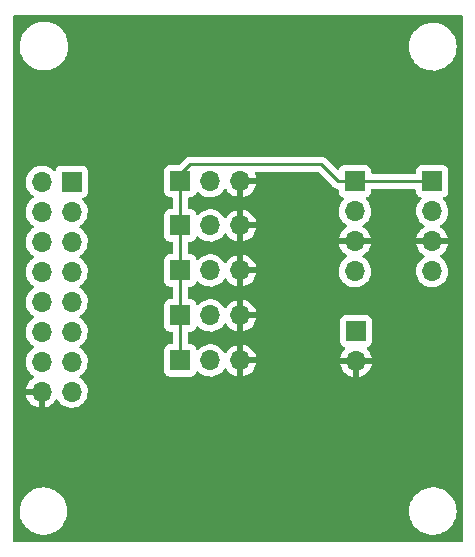
<source format=gbl>
G04 #@! TF.GenerationSoftware,KiCad,Pcbnew,(6.0.6)*
G04 #@! TF.CreationDate,2023-03-25T01:52:22+10:30*
G04 #@! TF.ProjectId,Coin Adapter,436f696e-2041-4646-9170-7465722e6b69,rev?*
G04 #@! TF.SameCoordinates,Original*
G04 #@! TF.FileFunction,Copper,L2,Bot*
G04 #@! TF.FilePolarity,Positive*
%FSLAX46Y46*%
G04 Gerber Fmt 4.6, Leading zero omitted, Abs format (unit mm)*
G04 Created by KiCad (PCBNEW (6.0.6)) date 2023-03-25 01:52:22*
%MOMM*%
%LPD*%
G01*
G04 APERTURE LIST*
G04 #@! TA.AperFunction,ComponentPad*
%ADD10R,1.700000X1.700000*%
G04 #@! TD*
G04 #@! TA.AperFunction,ComponentPad*
%ADD11O,1.700000X1.700000*%
G04 #@! TD*
G04 #@! TA.AperFunction,Conductor*
%ADD12C,0.250000*%
G04 #@! TD*
G04 APERTURE END LIST*
D10*
X143118600Y-91897200D03*
D11*
X145658600Y-91897200D03*
X148198600Y-91897200D03*
D10*
X164439600Y-80528000D03*
D11*
X164439600Y-83068000D03*
X164439600Y-85608000D03*
X164439600Y-88148000D03*
D10*
X143118600Y-84277200D03*
D11*
X145658600Y-84277200D03*
X148198600Y-84277200D03*
D10*
X143118600Y-88087200D03*
D11*
X145658600Y-88087200D03*
X148198600Y-88087200D03*
D10*
X157886400Y-80528000D03*
D11*
X157886400Y-83068000D03*
X157886400Y-85608000D03*
X157886400Y-88148000D03*
D10*
X143118600Y-95707200D03*
D11*
X145658600Y-95707200D03*
X148198600Y-95707200D03*
D10*
X157988000Y-93218000D03*
D11*
X157988000Y-95758000D03*
D10*
X133913800Y-80568800D03*
D11*
X131373800Y-80568800D03*
X133913800Y-83108800D03*
X131373800Y-83108800D03*
X133913800Y-85648800D03*
X131373800Y-85648800D03*
X133913800Y-88188800D03*
X131373800Y-88188800D03*
X133913800Y-90728800D03*
X131373800Y-90728800D03*
X133913800Y-93268800D03*
X131373800Y-93268800D03*
X133913800Y-95808800D03*
X131373800Y-95808800D03*
X133913800Y-98348800D03*
X131373800Y-98348800D03*
D10*
X143118600Y-80518000D03*
D11*
X145658600Y-80518000D03*
X148198600Y-80518000D03*
D12*
X143118600Y-80518000D02*
X143118600Y-84277200D01*
X143118600Y-95707200D02*
X143118600Y-91897200D01*
X143118600Y-79944200D02*
X143967200Y-79095600D01*
X155041600Y-79095600D02*
X156474000Y-80528000D01*
X143118600Y-80518000D02*
X143118600Y-79944200D01*
X143118600Y-84277200D02*
X143118600Y-88087200D01*
X156474000Y-80528000D02*
X157886400Y-80528000D01*
X143118600Y-91897200D02*
X143118600Y-88087200D01*
X157886400Y-80528000D02*
X164439600Y-80528000D01*
X143967200Y-79095600D02*
X155041600Y-79095600D01*
G04 #@! TA.AperFunction,Conductor*
G36*
X166972021Y-66466902D02*
G01*
X167018514Y-66520558D01*
X167029900Y-66572900D01*
X167029900Y-110973100D01*
X167009898Y-111041221D01*
X166956242Y-111087714D01*
X166903900Y-111099100D01*
X129056900Y-111099100D01*
X128988779Y-111079098D01*
X128942286Y-111025442D01*
X128930900Y-110973100D01*
X128930900Y-108394910D01*
X129513637Y-108394910D01*
X129513812Y-108399362D01*
X129515575Y-108444227D01*
X129523113Y-108636071D01*
X129524776Y-108678407D01*
X129575748Y-108957507D01*
X129665538Y-109226640D01*
X129667530Y-109230627D01*
X129667531Y-109230629D01*
X129751093Y-109397862D01*
X129792353Y-109480437D01*
X129953663Y-109713834D01*
X129956679Y-109717096D01*
X129956684Y-109717103D01*
X130081719Y-109852364D01*
X130146250Y-109922173D01*
X130149704Y-109924985D01*
X130362814Y-110098484D01*
X130362818Y-110098487D01*
X130366271Y-110101298D01*
X130370093Y-110103599D01*
X130586843Y-110234093D01*
X130609336Y-110247635D01*
X130641692Y-110261336D01*
X130866491Y-110356527D01*
X130866496Y-110356529D01*
X130870594Y-110358264D01*
X130874891Y-110359403D01*
X130874896Y-110359405D01*
X131007715Y-110394621D01*
X131144835Y-110430977D01*
X131426584Y-110464324D01*
X131710222Y-110457640D01*
X131842408Y-110435638D01*
X131985698Y-110411788D01*
X131985702Y-110411787D01*
X131990088Y-110411057D01*
X131994329Y-110409716D01*
X131994332Y-110409715D01*
X132256352Y-110326849D01*
X132256354Y-110326848D01*
X132260598Y-110325506D01*
X132390812Y-110262978D01*
X132512336Y-110204623D01*
X132512337Y-110204622D01*
X132516355Y-110202693D01*
X132520061Y-110200217D01*
X132748555Y-110047543D01*
X132748559Y-110047540D01*
X132752257Y-110045069D01*
X132857183Y-109951089D01*
X132960272Y-109858755D01*
X132960277Y-109858750D01*
X132963595Y-109855778D01*
X133146154Y-109638598D01*
X133296291Y-109397862D01*
X133411010Y-109138373D01*
X133488022Y-108865309D01*
X133513724Y-108673959D01*
X133525364Y-108587299D01*
X133525364Y-108587294D01*
X133525791Y-108584118D01*
X133529754Y-108458000D01*
X133528261Y-108436917D01*
X162477211Y-108436917D01*
X162477628Y-108444155D01*
X162492976Y-108710333D01*
X162493801Y-108714538D01*
X162493802Y-108714546D01*
X162506080Y-108777127D01*
X162545702Y-108979080D01*
X162547089Y-108983130D01*
X162547090Y-108983135D01*
X162601638Y-109142455D01*
X162634414Y-109238185D01*
X162636341Y-109242016D01*
X162712672Y-109393783D01*
X162757469Y-109482853D01*
X162759895Y-109486382D01*
X162759898Y-109486388D01*
X162839525Y-109602244D01*
X162912591Y-109708556D01*
X162915472Y-109711722D01*
X163046553Y-109855778D01*
X163096909Y-109911119D01*
X163113493Y-109924985D01*
X163303721Y-110084041D01*
X163303726Y-110084045D01*
X163307013Y-110086793D01*
X163360764Y-110120511D01*
X163535374Y-110230044D01*
X163535378Y-110230046D01*
X163539014Y-110232327D01*
X163606898Y-110262978D01*
X163784708Y-110343263D01*
X163784712Y-110343265D01*
X163788620Y-110345029D01*
X163792740Y-110346249D01*
X163792739Y-110346249D01*
X164047099Y-110421594D01*
X164047103Y-110421595D01*
X164051212Y-110422812D01*
X164055446Y-110423460D01*
X164055451Y-110423461D01*
X164274029Y-110456908D01*
X164321931Y-110464238D01*
X164461332Y-110466428D01*
X164591477Y-110468473D01*
X164591483Y-110468473D01*
X164595768Y-110468540D01*
X164867655Y-110435638D01*
X165132560Y-110366141D01*
X165385584Y-110261336D01*
X165622042Y-110123160D01*
X165837560Y-109954173D01*
X166028150Y-109757499D01*
X166190285Y-109536780D01*
X166192331Y-109533012D01*
X166318914Y-109299874D01*
X166318915Y-109299872D01*
X166320964Y-109296098D01*
X166417770Y-109039907D01*
X166478912Y-108772949D01*
X166503257Y-108500163D01*
X166503699Y-108458000D01*
X166503530Y-108455519D01*
X166485364Y-108189041D01*
X166485363Y-108189035D01*
X166485072Y-108184764D01*
X166480750Y-108163891D01*
X166430403Y-107920781D01*
X166429534Y-107916584D01*
X166338114Y-107658423D01*
X166330229Y-107643145D01*
X166214469Y-107418864D01*
X166214469Y-107418863D01*
X166212504Y-107415057D01*
X166197425Y-107393601D01*
X166057494Y-107194500D01*
X166057493Y-107194499D01*
X166055027Y-107190990D01*
X165868598Y-106990368D01*
X165851064Y-106976016D01*
X165659984Y-106819620D01*
X165656666Y-106816904D01*
X165423153Y-106673807D01*
X165419236Y-106672088D01*
X165419233Y-106672086D01*
X165293034Y-106616689D01*
X165172381Y-106563726D01*
X165168253Y-106562550D01*
X165168250Y-106562549D01*
X164913116Y-106489872D01*
X164913117Y-106489872D01*
X164908988Y-106488696D01*
X164706553Y-106459886D01*
X164642102Y-106450713D01*
X164642100Y-106450713D01*
X164637850Y-106450108D01*
X164493496Y-106449352D01*
X164368270Y-106448696D01*
X164368264Y-106448696D01*
X164363984Y-106448674D01*
X164359740Y-106449233D01*
X164359736Y-106449233D01*
X164240582Y-106464920D01*
X164092457Y-106484421D01*
X163828293Y-106556688D01*
X163576381Y-106664137D01*
X163341383Y-106804781D01*
X163338032Y-106807465D01*
X163338030Y-106807467D01*
X163326251Y-106816904D01*
X163127646Y-106976016D01*
X162939126Y-107174675D01*
X162779312Y-107397080D01*
X162777308Y-107400865D01*
X162654619Y-107632586D01*
X162651160Y-107639118D01*
X162649688Y-107643141D01*
X162649686Y-107643145D01*
X162580137Y-107833197D01*
X162557042Y-107896307D01*
X162498699Y-108163891D01*
X162477211Y-108436917D01*
X133528261Y-108436917D01*
X133509716Y-108174992D01*
X133508246Y-108168161D01*
X133450938Y-107901978D01*
X133450938Y-107901976D01*
X133450002Y-107897631D01*
X133363244Y-107662464D01*
X133353344Y-107635628D01*
X133351803Y-107631451D01*
X133223466Y-107393601D01*
X133219191Y-107385679D01*
X133217078Y-107381763D01*
X133078763Y-107194500D01*
X133051165Y-107157135D01*
X133051163Y-107157132D01*
X133048516Y-107153549D01*
X132849481Y-106951361D01*
X132792396Y-106907795D01*
X132627483Y-106781938D01*
X132627479Y-106781936D01*
X132623942Y-106779236D01*
X132620053Y-106777058D01*
X132380287Y-106642782D01*
X132380284Y-106642781D01*
X132376401Y-106640606D01*
X132372256Y-106639002D01*
X132372253Y-106639001D01*
X132174636Y-106562549D01*
X132111796Y-106538238D01*
X132107475Y-106537236D01*
X132107467Y-106537234D01*
X131898055Y-106488696D01*
X131835407Y-106474175D01*
X131552749Y-106449694D01*
X131548314Y-106449938D01*
X131548310Y-106449938D01*
X131273904Y-106465039D01*
X131273897Y-106465040D01*
X131269461Y-106465284D01*
X130991197Y-106520634D01*
X130723507Y-106614640D01*
X130471733Y-106745426D01*
X130468118Y-106748009D01*
X130468112Y-106748013D01*
X130367909Y-106819620D01*
X130240899Y-106910383D01*
X130035611Y-107106218D01*
X130032855Y-107109713D01*
X130032854Y-107109715D01*
X130000800Y-107150376D01*
X129859964Y-107329025D01*
X129809993Y-107415057D01*
X129719701Y-107570504D01*
X129719698Y-107570510D01*
X129717463Y-107574358D01*
X129715789Y-107578491D01*
X129646514Y-107749525D01*
X129610952Y-107837323D01*
X129609881Y-107841636D01*
X129609879Y-107841641D01*
X129592266Y-107912546D01*
X129542555Y-108112671D01*
X129513637Y-108394910D01*
X128930900Y-108394910D01*
X128930900Y-98616766D01*
X130042057Y-98616766D01*
X130072365Y-98751246D01*
X130075445Y-98761075D01*
X130155570Y-98958403D01*
X130160213Y-98967594D01*
X130271494Y-99149188D01*
X130277577Y-99157499D01*
X130417013Y-99318467D01*
X130424380Y-99325683D01*
X130588234Y-99461716D01*
X130596681Y-99467631D01*
X130780556Y-99575079D01*
X130789842Y-99579529D01*
X130988801Y-99655503D01*
X130998699Y-99658379D01*
X131102050Y-99679406D01*
X131116099Y-99678210D01*
X131119800Y-99667865D01*
X131119800Y-98620915D01*
X131115325Y-98605676D01*
X131113935Y-98604471D01*
X131106252Y-98602800D01*
X130057025Y-98602800D01*
X130043494Y-98606773D01*
X130042057Y-98616766D01*
X128930900Y-98616766D01*
X128930900Y-95775495D01*
X130011051Y-95775495D01*
X130011348Y-95780648D01*
X130011348Y-95780651D01*
X130016811Y-95875390D01*
X130023910Y-95998515D01*
X130025047Y-96003561D01*
X130025048Y-96003567D01*
X130035718Y-96050910D01*
X130073022Y-96216439D01*
X130111261Y-96310611D01*
X130149338Y-96404383D01*
X130157066Y-96423416D01*
X130207819Y-96506238D01*
X130271091Y-96609488D01*
X130273787Y-96613888D01*
X130420050Y-96782738D01*
X130591926Y-96925432D01*
X130614086Y-96938381D01*
X130665755Y-96968574D01*
X130714479Y-97020212D01*
X130727550Y-97089995D01*
X130700819Y-97155767D01*
X130660362Y-97189127D01*
X130652257Y-97193346D01*
X130643538Y-97198836D01*
X130473233Y-97326705D01*
X130465526Y-97333548D01*
X130318390Y-97487517D01*
X130311904Y-97495527D01*
X130191898Y-97671449D01*
X130186800Y-97680423D01*
X130097138Y-97873583D01*
X130093575Y-97883270D01*
X130038189Y-98082983D01*
X130039712Y-98091407D01*
X130052092Y-98094800D01*
X131501800Y-98094800D01*
X131569921Y-98114802D01*
X131616414Y-98168458D01*
X131627800Y-98220800D01*
X131627800Y-99667317D01*
X131631864Y-99681159D01*
X131645278Y-99683193D01*
X131651984Y-99682334D01*
X131662062Y-99680192D01*
X131866055Y-99618991D01*
X131875642Y-99615233D01*
X132066895Y-99521539D01*
X132075745Y-99516264D01*
X132249128Y-99392592D01*
X132257000Y-99385939D01*
X132407852Y-99235612D01*
X132414530Y-99227765D01*
X132541822Y-99050619D01*
X132543079Y-99051522D01*
X132590173Y-99008162D01*
X132660111Y-98995945D01*
X132725551Y-99023478D01*
X132753379Y-99055311D01*
X132813787Y-99153888D01*
X132960050Y-99322738D01*
X133131926Y-99465432D01*
X133324800Y-99578138D01*
X133533492Y-99657830D01*
X133538560Y-99658861D01*
X133538563Y-99658862D01*
X133633662Y-99678210D01*
X133752397Y-99702367D01*
X133757572Y-99702557D01*
X133757574Y-99702557D01*
X133970473Y-99710364D01*
X133970477Y-99710364D01*
X133975637Y-99710553D01*
X133980757Y-99709897D01*
X133980759Y-99709897D01*
X134192088Y-99682825D01*
X134192089Y-99682825D01*
X134197216Y-99682168D01*
X134202166Y-99680683D01*
X134406229Y-99619461D01*
X134406234Y-99619459D01*
X134411184Y-99617974D01*
X134611794Y-99519696D01*
X134793660Y-99389973D01*
X134951896Y-99232289D01*
X135082253Y-99050877D01*
X135095795Y-99023478D01*
X135178936Y-98855253D01*
X135178937Y-98855251D01*
X135181230Y-98850611D01*
X135246170Y-98636869D01*
X135275329Y-98415390D01*
X135276956Y-98348800D01*
X135258652Y-98126161D01*
X135204231Y-97909502D01*
X135115154Y-97704640D01*
X134993814Y-97517077D01*
X134843470Y-97351851D01*
X134839419Y-97348652D01*
X134839415Y-97348648D01*
X134672214Y-97216600D01*
X134672210Y-97216598D01*
X134668159Y-97213398D01*
X134626853Y-97190596D01*
X134576884Y-97140164D01*
X134562112Y-97070721D01*
X134587228Y-97004316D01*
X134614580Y-96977709D01*
X134669716Y-96938381D01*
X134793660Y-96849973D01*
X134817274Y-96826442D01*
X134892607Y-96751371D01*
X134951896Y-96692289D01*
X134962716Y-96677232D01*
X135014379Y-96605334D01*
X141760100Y-96605334D01*
X141766855Y-96667516D01*
X141817985Y-96803905D01*
X141905339Y-96920461D01*
X142021895Y-97007815D01*
X142158284Y-97058945D01*
X142220466Y-97065700D01*
X144016734Y-97065700D01*
X144078916Y-97058945D01*
X144215305Y-97007815D01*
X144331861Y-96920461D01*
X144419215Y-96803905D01*
X144441399Y-96744729D01*
X144463198Y-96686582D01*
X144505840Y-96629818D01*
X144572402Y-96605118D01*
X144641750Y-96620326D01*
X144676417Y-96648314D01*
X144704850Y-96681138D01*
X144876726Y-96823832D01*
X145069600Y-96936538D01*
X145278292Y-97016230D01*
X145283360Y-97017261D01*
X145283363Y-97017262D01*
X145378462Y-97036610D01*
X145497197Y-97060767D01*
X145502372Y-97060957D01*
X145502374Y-97060957D01*
X145715273Y-97068764D01*
X145715277Y-97068764D01*
X145720437Y-97068953D01*
X145725557Y-97068297D01*
X145725559Y-97068297D01*
X145936888Y-97041225D01*
X145936889Y-97041225D01*
X145942016Y-97040568D01*
X145946966Y-97039083D01*
X146151029Y-96977861D01*
X146151034Y-96977859D01*
X146155984Y-96976374D01*
X146356594Y-96878096D01*
X146538460Y-96748373D01*
X146559239Y-96727667D01*
X146638868Y-96648315D01*
X146696696Y-96590689D01*
X146713935Y-96566699D01*
X146827053Y-96409277D01*
X146828240Y-96410130D01*
X146875560Y-96366562D01*
X146945497Y-96354345D01*
X147010938Y-96381878D01*
X147038766Y-96413711D01*
X147096294Y-96507588D01*
X147102377Y-96515899D01*
X147241813Y-96676867D01*
X147249180Y-96684083D01*
X147413034Y-96820116D01*
X147421481Y-96826031D01*
X147605356Y-96933479D01*
X147614642Y-96937929D01*
X147813601Y-97013903D01*
X147823499Y-97016779D01*
X147926850Y-97037806D01*
X147940899Y-97036610D01*
X147944600Y-97026265D01*
X147944600Y-97025717D01*
X148452600Y-97025717D01*
X148456664Y-97039559D01*
X148470078Y-97041593D01*
X148476784Y-97040734D01*
X148486862Y-97038592D01*
X148690855Y-96977391D01*
X148700442Y-96973633D01*
X148891695Y-96879939D01*
X148900545Y-96874664D01*
X149073928Y-96750992D01*
X149081800Y-96744339D01*
X149232652Y-96594012D01*
X149239330Y-96586165D01*
X149363603Y-96413220D01*
X149368913Y-96404383D01*
X149463270Y-96213467D01*
X149467069Y-96203872D01*
X149521121Y-96025966D01*
X156656257Y-96025966D01*
X156686565Y-96160446D01*
X156689645Y-96170275D01*
X156769770Y-96367603D01*
X156774413Y-96376794D01*
X156885694Y-96558388D01*
X156891777Y-96566699D01*
X157031213Y-96727667D01*
X157038580Y-96734883D01*
X157202434Y-96870916D01*
X157210881Y-96876831D01*
X157394756Y-96984279D01*
X157404042Y-96988729D01*
X157603001Y-97064703D01*
X157612899Y-97067579D01*
X157716250Y-97088606D01*
X157730299Y-97087410D01*
X157734000Y-97077065D01*
X157734000Y-97076517D01*
X158242000Y-97076517D01*
X158246064Y-97090359D01*
X158259478Y-97092393D01*
X158266184Y-97091534D01*
X158276262Y-97089392D01*
X158480255Y-97028191D01*
X158489842Y-97024433D01*
X158681095Y-96930739D01*
X158689945Y-96925464D01*
X158863328Y-96801792D01*
X158871200Y-96795139D01*
X159022052Y-96644812D01*
X159028730Y-96636965D01*
X159153003Y-96464020D01*
X159158313Y-96455183D01*
X159252670Y-96264267D01*
X159256469Y-96254672D01*
X159318377Y-96050910D01*
X159320555Y-96040837D01*
X159321986Y-96029962D01*
X159319775Y-96015778D01*
X159306617Y-96012000D01*
X158260115Y-96012000D01*
X158244876Y-96016475D01*
X158243671Y-96017865D01*
X158242000Y-96025548D01*
X158242000Y-97076517D01*
X157734000Y-97076517D01*
X157734000Y-96030115D01*
X157729525Y-96014876D01*
X157728135Y-96013671D01*
X157720452Y-96012000D01*
X156671225Y-96012000D01*
X156657694Y-96015973D01*
X156656257Y-96025966D01*
X149521121Y-96025966D01*
X149528977Y-96000110D01*
X149531155Y-95990037D01*
X149532586Y-95979162D01*
X149530375Y-95964978D01*
X149517217Y-95961200D01*
X148470715Y-95961200D01*
X148455476Y-95965675D01*
X148454271Y-95967065D01*
X148452600Y-95974748D01*
X148452600Y-97025717D01*
X147944600Y-97025717D01*
X147944600Y-95435085D01*
X148452600Y-95435085D01*
X148457075Y-95450324D01*
X148458465Y-95451529D01*
X148466148Y-95453200D01*
X149516944Y-95453200D01*
X149530475Y-95449227D01*
X149531780Y-95440147D01*
X149489814Y-95273075D01*
X149486494Y-95263324D01*
X149401572Y-95068014D01*
X149396705Y-95058939D01*
X149281026Y-94880126D01*
X149274736Y-94871957D01*
X149131406Y-94714440D01*
X149123873Y-94707415D01*
X148956739Y-94575422D01*
X148948152Y-94569717D01*
X148761717Y-94466799D01*
X148752305Y-94462569D01*
X148551559Y-94391480D01*
X148541588Y-94388846D01*
X148470437Y-94376172D01*
X148457140Y-94377632D01*
X148452600Y-94392189D01*
X148452600Y-95435085D01*
X147944600Y-95435085D01*
X147944600Y-94390302D01*
X147940682Y-94376958D01*
X147926406Y-94374971D01*
X147887924Y-94380860D01*
X147877888Y-94383251D01*
X147675468Y-94449412D01*
X147665959Y-94453409D01*
X147477063Y-94551742D01*
X147468338Y-94557236D01*
X147298033Y-94685105D01*
X147290326Y-94691948D01*
X147143190Y-94845917D01*
X147136709Y-94853922D01*
X147032098Y-95007274D01*
X146977187Y-95052276D01*
X146906662Y-95060447D01*
X146842915Y-95029193D01*
X146822218Y-95004709D01*
X146741422Y-94879817D01*
X146741420Y-94879814D01*
X146738614Y-94875477D01*
X146588270Y-94710251D01*
X146584219Y-94707052D01*
X146584215Y-94707048D01*
X146417014Y-94575000D01*
X146417010Y-94574998D01*
X146412959Y-94571798D01*
X146376628Y-94551742D01*
X146322329Y-94521768D01*
X146217389Y-94463838D01*
X146212520Y-94462114D01*
X146212516Y-94462112D01*
X146011687Y-94390995D01*
X146011683Y-94390994D01*
X146006812Y-94389269D01*
X146001719Y-94388362D01*
X146001716Y-94388361D01*
X145791973Y-94351000D01*
X145791967Y-94350999D01*
X145786884Y-94350094D01*
X145713052Y-94349192D01*
X145568681Y-94347428D01*
X145568679Y-94347428D01*
X145563511Y-94347365D01*
X145342691Y-94381155D01*
X145130356Y-94450557D01*
X145073962Y-94479914D01*
X144976363Y-94530721D01*
X144932207Y-94553707D01*
X144928074Y-94556810D01*
X144928071Y-94556812D01*
X144757700Y-94684730D01*
X144753565Y-94687835D01*
X144697137Y-94746884D01*
X144672883Y-94772264D01*
X144611359Y-94807694D01*
X144540446Y-94804237D01*
X144482660Y-94762991D01*
X144463807Y-94729443D01*
X144422367Y-94618903D01*
X144419215Y-94610495D01*
X144331861Y-94493939D01*
X144215305Y-94406585D01*
X144078916Y-94355455D01*
X144016734Y-94348700D01*
X143878100Y-94348700D01*
X143809979Y-94328698D01*
X143763486Y-94275042D01*
X143752100Y-94222700D01*
X143752100Y-94116134D01*
X156629500Y-94116134D01*
X156636255Y-94178316D01*
X156687385Y-94314705D01*
X156774739Y-94431261D01*
X156891295Y-94518615D01*
X156899704Y-94521767D01*
X156899705Y-94521768D01*
X157008960Y-94562726D01*
X157065725Y-94605367D01*
X157090425Y-94671929D01*
X157075218Y-94741278D01*
X157055825Y-94767759D01*
X156932590Y-94896717D01*
X156926104Y-94904727D01*
X156806098Y-95080649D01*
X156801000Y-95089623D01*
X156711338Y-95282783D01*
X156707775Y-95292470D01*
X156652389Y-95492183D01*
X156653912Y-95500607D01*
X156666292Y-95504000D01*
X159306344Y-95504000D01*
X159319875Y-95500027D01*
X159321180Y-95490947D01*
X159279214Y-95323875D01*
X159275894Y-95314124D01*
X159190972Y-95118814D01*
X159186105Y-95109739D01*
X159070426Y-94930926D01*
X159064136Y-94922757D01*
X158920293Y-94764677D01*
X158889241Y-94700831D01*
X158897635Y-94630333D01*
X158942812Y-94575564D01*
X158969256Y-94561895D01*
X159076297Y-94521767D01*
X159084705Y-94518615D01*
X159201261Y-94431261D01*
X159288615Y-94314705D01*
X159339745Y-94178316D01*
X159346500Y-94116134D01*
X159346500Y-92319866D01*
X159339745Y-92257684D01*
X159288615Y-92121295D01*
X159201261Y-92004739D01*
X159084705Y-91917385D01*
X158948316Y-91866255D01*
X158886134Y-91859500D01*
X157089866Y-91859500D01*
X157027684Y-91866255D01*
X156891295Y-91917385D01*
X156774739Y-92004739D01*
X156687385Y-92121295D01*
X156636255Y-92257684D01*
X156629500Y-92319866D01*
X156629500Y-94116134D01*
X143752100Y-94116134D01*
X143752100Y-93381700D01*
X143772102Y-93313579D01*
X143825758Y-93267086D01*
X143878100Y-93255700D01*
X144016734Y-93255700D01*
X144078916Y-93248945D01*
X144215305Y-93197815D01*
X144331861Y-93110461D01*
X144419215Y-92993905D01*
X144441399Y-92934729D01*
X144463198Y-92876582D01*
X144505840Y-92819818D01*
X144572402Y-92795118D01*
X144641750Y-92810326D01*
X144676417Y-92838314D01*
X144704850Y-92871138D01*
X144876726Y-93013832D01*
X145069600Y-93126538D01*
X145278292Y-93206230D01*
X145283360Y-93207261D01*
X145283363Y-93207262D01*
X145378462Y-93226610D01*
X145497197Y-93250767D01*
X145502372Y-93250957D01*
X145502374Y-93250957D01*
X145715273Y-93258764D01*
X145715277Y-93258764D01*
X145720437Y-93258953D01*
X145725557Y-93258297D01*
X145725559Y-93258297D01*
X145936888Y-93231225D01*
X145936889Y-93231225D01*
X145942016Y-93230568D01*
X145946966Y-93229083D01*
X146151029Y-93167861D01*
X146151034Y-93167859D01*
X146155984Y-93166374D01*
X146356594Y-93068096D01*
X146538460Y-92938373D01*
X146696696Y-92780689D01*
X146827053Y-92599277D01*
X146828240Y-92600130D01*
X146875560Y-92556562D01*
X146945497Y-92544345D01*
X147010938Y-92571878D01*
X147038766Y-92603711D01*
X147096294Y-92697588D01*
X147102377Y-92705899D01*
X147241813Y-92866867D01*
X147249180Y-92874083D01*
X147413034Y-93010116D01*
X147421481Y-93016031D01*
X147605356Y-93123479D01*
X147614642Y-93127929D01*
X147813601Y-93203903D01*
X147823499Y-93206779D01*
X147926850Y-93227806D01*
X147940899Y-93226610D01*
X147944600Y-93216265D01*
X147944600Y-93215717D01*
X148452600Y-93215717D01*
X148456664Y-93229559D01*
X148470078Y-93231593D01*
X148476784Y-93230734D01*
X148486862Y-93228592D01*
X148690855Y-93167391D01*
X148700442Y-93163633D01*
X148891695Y-93069939D01*
X148900545Y-93064664D01*
X149073928Y-92940992D01*
X149081800Y-92934339D01*
X149232652Y-92784012D01*
X149239330Y-92776165D01*
X149363603Y-92603220D01*
X149368913Y-92594383D01*
X149463270Y-92403467D01*
X149467069Y-92393872D01*
X149528977Y-92190110D01*
X149531155Y-92180037D01*
X149532586Y-92169162D01*
X149530375Y-92154978D01*
X149517217Y-92151200D01*
X148470715Y-92151200D01*
X148455476Y-92155675D01*
X148454271Y-92157065D01*
X148452600Y-92164748D01*
X148452600Y-93215717D01*
X147944600Y-93215717D01*
X147944600Y-91625085D01*
X148452600Y-91625085D01*
X148457075Y-91640324D01*
X148458465Y-91641529D01*
X148466148Y-91643200D01*
X149516944Y-91643200D01*
X149530475Y-91639227D01*
X149531780Y-91630147D01*
X149489814Y-91463075D01*
X149486494Y-91453324D01*
X149401572Y-91258014D01*
X149396705Y-91248939D01*
X149281026Y-91070126D01*
X149274736Y-91061957D01*
X149131406Y-90904440D01*
X149123873Y-90897415D01*
X148956739Y-90765422D01*
X148948152Y-90759717D01*
X148761717Y-90656799D01*
X148752305Y-90652569D01*
X148551559Y-90581480D01*
X148541588Y-90578846D01*
X148470437Y-90566172D01*
X148457140Y-90567632D01*
X148452600Y-90582189D01*
X148452600Y-91625085D01*
X147944600Y-91625085D01*
X147944600Y-90580302D01*
X147940682Y-90566958D01*
X147926406Y-90564971D01*
X147887924Y-90570860D01*
X147877888Y-90573251D01*
X147675468Y-90639412D01*
X147665959Y-90643409D01*
X147477063Y-90741742D01*
X147468338Y-90747236D01*
X147298033Y-90875105D01*
X147290326Y-90881948D01*
X147143190Y-91035917D01*
X147136709Y-91043922D01*
X147032098Y-91197274D01*
X146977187Y-91242276D01*
X146906662Y-91250447D01*
X146842915Y-91219193D01*
X146822218Y-91194709D01*
X146741422Y-91069817D01*
X146741420Y-91069814D01*
X146738614Y-91065477D01*
X146588270Y-90900251D01*
X146584219Y-90897052D01*
X146584215Y-90897048D01*
X146417014Y-90765000D01*
X146417010Y-90764998D01*
X146412959Y-90761798D01*
X146376628Y-90741742D01*
X146302191Y-90700651D01*
X146217389Y-90653838D01*
X146212520Y-90652114D01*
X146212516Y-90652112D01*
X146011687Y-90580995D01*
X146011683Y-90580994D01*
X146006812Y-90579269D01*
X146001719Y-90578362D01*
X146001716Y-90578361D01*
X145791973Y-90541000D01*
X145791967Y-90540999D01*
X145786884Y-90540094D01*
X145713052Y-90539192D01*
X145568681Y-90537428D01*
X145568679Y-90537428D01*
X145563511Y-90537365D01*
X145342691Y-90571155D01*
X145130356Y-90640557D01*
X144932207Y-90743707D01*
X144928074Y-90746810D01*
X144928071Y-90746812D01*
X144757700Y-90874730D01*
X144753565Y-90877835D01*
X144697137Y-90936884D01*
X144672883Y-90962264D01*
X144611359Y-90997694D01*
X144540446Y-90994237D01*
X144482660Y-90952991D01*
X144463807Y-90919443D01*
X144422367Y-90808903D01*
X144419215Y-90800495D01*
X144331861Y-90683939D01*
X144215305Y-90596585D01*
X144078916Y-90545455D01*
X144016734Y-90538700D01*
X143878100Y-90538700D01*
X143809979Y-90518698D01*
X143763486Y-90465042D01*
X143752100Y-90412700D01*
X143752100Y-89571700D01*
X143772102Y-89503579D01*
X143825758Y-89457086D01*
X143878100Y-89445700D01*
X144016734Y-89445700D01*
X144078916Y-89438945D01*
X144215305Y-89387815D01*
X144331861Y-89300461D01*
X144419215Y-89183905D01*
X144441399Y-89124729D01*
X144463198Y-89066582D01*
X144505840Y-89009818D01*
X144572402Y-88985118D01*
X144641750Y-89000326D01*
X144676417Y-89028314D01*
X144704850Y-89061138D01*
X144876726Y-89203832D01*
X145069600Y-89316538D01*
X145278292Y-89396230D01*
X145283360Y-89397261D01*
X145283363Y-89397262D01*
X145370033Y-89414895D01*
X145497197Y-89440767D01*
X145502372Y-89440957D01*
X145502374Y-89440957D01*
X145715273Y-89448764D01*
X145715277Y-89448764D01*
X145720437Y-89448953D01*
X145725557Y-89448297D01*
X145725559Y-89448297D01*
X145936888Y-89421225D01*
X145936889Y-89421225D01*
X145942016Y-89420568D01*
X145946966Y-89419083D01*
X146151029Y-89357861D01*
X146151034Y-89357859D01*
X146155984Y-89356374D01*
X146356594Y-89258096D01*
X146538460Y-89128373D01*
X146696696Y-88970689D01*
X146751029Y-88895077D01*
X146827053Y-88789277D01*
X146828240Y-88790130D01*
X146875560Y-88746562D01*
X146945497Y-88734345D01*
X147010938Y-88761878D01*
X147038766Y-88793711D01*
X147096294Y-88887588D01*
X147102377Y-88895899D01*
X147241813Y-89056867D01*
X147249180Y-89064083D01*
X147413034Y-89200116D01*
X147421481Y-89206031D01*
X147605356Y-89313479D01*
X147614642Y-89317929D01*
X147813601Y-89393903D01*
X147823499Y-89396779D01*
X147926850Y-89417806D01*
X147940899Y-89416610D01*
X147944600Y-89406265D01*
X147944600Y-89405717D01*
X148452600Y-89405717D01*
X148456664Y-89419559D01*
X148470078Y-89421593D01*
X148476784Y-89420734D01*
X148486862Y-89418592D01*
X148690855Y-89357391D01*
X148700442Y-89353633D01*
X148891695Y-89259939D01*
X148900545Y-89254664D01*
X149073928Y-89130992D01*
X149081800Y-89124339D01*
X149232652Y-88974012D01*
X149239330Y-88966165D01*
X149363603Y-88793220D01*
X149368913Y-88784383D01*
X149463270Y-88593467D01*
X149467069Y-88583872D01*
X149528977Y-88380110D01*
X149531155Y-88370037D01*
X149532586Y-88359162D01*
X149530375Y-88344978D01*
X149517217Y-88341200D01*
X148470715Y-88341200D01*
X148455476Y-88345675D01*
X148454271Y-88347065D01*
X148452600Y-88354748D01*
X148452600Y-89405717D01*
X147944600Y-89405717D01*
X147944600Y-88114695D01*
X156523651Y-88114695D01*
X156523948Y-88119848D01*
X156523948Y-88119851D01*
X156536212Y-88332547D01*
X156536510Y-88337715D01*
X156537647Y-88342761D01*
X156537648Y-88342767D01*
X156546064Y-88380110D01*
X156585622Y-88555639D01*
X156669666Y-88762616D01*
X156786387Y-88953088D01*
X156932650Y-89121938D01*
X157104526Y-89264632D01*
X157297400Y-89377338D01*
X157302225Y-89379180D01*
X157302226Y-89379181D01*
X157346873Y-89396230D01*
X157506092Y-89457030D01*
X157511160Y-89458061D01*
X157511163Y-89458062D01*
X157580443Y-89472157D01*
X157724997Y-89501567D01*
X157730172Y-89501757D01*
X157730174Y-89501757D01*
X157943073Y-89509564D01*
X157943077Y-89509564D01*
X157948237Y-89509753D01*
X157953357Y-89509097D01*
X157953359Y-89509097D01*
X158164688Y-89482025D01*
X158164689Y-89482025D01*
X158169816Y-89481368D01*
X158200518Y-89472157D01*
X158378829Y-89418661D01*
X158378834Y-89418659D01*
X158383784Y-89417174D01*
X158584394Y-89318896D01*
X158766260Y-89189173D01*
X158771547Y-89183905D01*
X158920835Y-89035137D01*
X158924496Y-89031489D01*
X158983994Y-88948689D01*
X159051835Y-88854277D01*
X159054853Y-88850077D01*
X159082954Y-88793220D01*
X159151536Y-88654453D01*
X159151537Y-88654451D01*
X159153830Y-88649811D01*
X159218770Y-88436069D01*
X159247929Y-88214590D01*
X159249556Y-88148000D01*
X159246818Y-88114695D01*
X163076851Y-88114695D01*
X163077148Y-88119848D01*
X163077148Y-88119851D01*
X163089412Y-88332547D01*
X163089710Y-88337715D01*
X163090847Y-88342761D01*
X163090848Y-88342767D01*
X163099264Y-88380110D01*
X163138822Y-88555639D01*
X163222866Y-88762616D01*
X163339587Y-88953088D01*
X163485850Y-89121938D01*
X163657726Y-89264632D01*
X163850600Y-89377338D01*
X163855425Y-89379180D01*
X163855426Y-89379181D01*
X163900073Y-89396230D01*
X164059292Y-89457030D01*
X164064360Y-89458061D01*
X164064363Y-89458062D01*
X164133643Y-89472157D01*
X164278197Y-89501567D01*
X164283372Y-89501757D01*
X164283374Y-89501757D01*
X164496273Y-89509564D01*
X164496277Y-89509564D01*
X164501437Y-89509753D01*
X164506557Y-89509097D01*
X164506559Y-89509097D01*
X164717888Y-89482025D01*
X164717889Y-89482025D01*
X164723016Y-89481368D01*
X164753718Y-89472157D01*
X164932029Y-89418661D01*
X164932034Y-89418659D01*
X164936984Y-89417174D01*
X165137594Y-89318896D01*
X165319460Y-89189173D01*
X165324747Y-89183905D01*
X165474035Y-89035137D01*
X165477696Y-89031489D01*
X165537194Y-88948689D01*
X165605035Y-88854277D01*
X165608053Y-88850077D01*
X165636154Y-88793220D01*
X165704736Y-88654453D01*
X165704737Y-88654451D01*
X165707030Y-88649811D01*
X165771970Y-88436069D01*
X165801129Y-88214590D01*
X165802756Y-88148000D01*
X165784452Y-87925361D01*
X165730031Y-87708702D01*
X165640954Y-87503840D01*
X165563885Y-87384709D01*
X165522422Y-87320617D01*
X165522420Y-87320614D01*
X165519614Y-87316277D01*
X165369270Y-87151051D01*
X165365219Y-87147852D01*
X165365215Y-87147848D01*
X165198014Y-87015800D01*
X165198010Y-87015798D01*
X165193959Y-87012598D01*
X165152169Y-86989529D01*
X165102198Y-86939097D01*
X165087426Y-86869654D01*
X165112542Y-86803248D01*
X165139894Y-86776641D01*
X165314928Y-86651792D01*
X165322800Y-86645139D01*
X165473652Y-86494812D01*
X165480330Y-86486965D01*
X165604603Y-86314020D01*
X165609913Y-86305183D01*
X165704270Y-86114267D01*
X165708069Y-86104672D01*
X165769977Y-85900910D01*
X165772155Y-85890837D01*
X165773586Y-85879962D01*
X165771375Y-85865778D01*
X165758217Y-85862000D01*
X163122825Y-85862000D01*
X163109294Y-85865973D01*
X163107857Y-85875966D01*
X163138165Y-86010446D01*
X163141245Y-86020275D01*
X163221370Y-86217603D01*
X163226013Y-86226794D01*
X163337294Y-86408388D01*
X163343377Y-86416699D01*
X163482813Y-86577667D01*
X163490180Y-86584883D01*
X163654034Y-86720916D01*
X163662481Y-86726831D01*
X163731569Y-86767203D01*
X163780293Y-86818842D01*
X163793364Y-86888625D01*
X163766633Y-86954396D01*
X163726184Y-86987752D01*
X163713207Y-86994507D01*
X163709074Y-86997610D01*
X163709071Y-86997612D01*
X163538700Y-87125530D01*
X163534565Y-87128635D01*
X163380229Y-87290138D01*
X163254343Y-87474680D01*
X163160288Y-87677305D01*
X163100589Y-87892570D01*
X163076851Y-88114695D01*
X159246818Y-88114695D01*
X159231252Y-87925361D01*
X159176831Y-87708702D01*
X159087754Y-87503840D01*
X159010685Y-87384709D01*
X158969222Y-87320617D01*
X158969220Y-87320614D01*
X158966414Y-87316277D01*
X158816070Y-87151051D01*
X158812019Y-87147852D01*
X158812015Y-87147848D01*
X158644814Y-87015800D01*
X158644810Y-87015798D01*
X158640759Y-87012598D01*
X158598969Y-86989529D01*
X158548998Y-86939097D01*
X158534226Y-86869654D01*
X158559342Y-86803248D01*
X158586694Y-86776641D01*
X158761728Y-86651792D01*
X158769600Y-86645139D01*
X158920452Y-86494812D01*
X158927130Y-86486965D01*
X159051403Y-86314020D01*
X159056713Y-86305183D01*
X159151070Y-86114267D01*
X159154869Y-86104672D01*
X159216777Y-85900910D01*
X159218955Y-85890837D01*
X159220386Y-85879962D01*
X159218175Y-85865778D01*
X159205017Y-85862000D01*
X156569625Y-85862000D01*
X156556094Y-85865973D01*
X156554657Y-85875966D01*
X156584965Y-86010446D01*
X156588045Y-86020275D01*
X156668170Y-86217603D01*
X156672813Y-86226794D01*
X156784094Y-86408388D01*
X156790177Y-86416699D01*
X156929613Y-86577667D01*
X156936980Y-86584883D01*
X157100834Y-86720916D01*
X157109281Y-86726831D01*
X157178369Y-86767203D01*
X157227093Y-86818842D01*
X157240164Y-86888625D01*
X157213433Y-86954396D01*
X157172984Y-86987752D01*
X157160007Y-86994507D01*
X157155874Y-86997610D01*
X157155871Y-86997612D01*
X156985500Y-87125530D01*
X156981365Y-87128635D01*
X156827029Y-87290138D01*
X156701143Y-87474680D01*
X156607088Y-87677305D01*
X156547389Y-87892570D01*
X156523651Y-88114695D01*
X147944600Y-88114695D01*
X147944600Y-87815085D01*
X148452600Y-87815085D01*
X148457075Y-87830324D01*
X148458465Y-87831529D01*
X148466148Y-87833200D01*
X149516944Y-87833200D01*
X149530475Y-87829227D01*
X149531780Y-87820147D01*
X149489814Y-87653075D01*
X149486494Y-87643324D01*
X149401572Y-87448014D01*
X149396705Y-87438939D01*
X149281026Y-87260126D01*
X149274736Y-87251957D01*
X149131406Y-87094440D01*
X149123873Y-87087415D01*
X148956739Y-86955422D01*
X148948152Y-86949717D01*
X148761717Y-86846799D01*
X148752305Y-86842569D01*
X148551559Y-86771480D01*
X148541588Y-86768846D01*
X148470437Y-86756172D01*
X148457140Y-86757632D01*
X148452600Y-86772189D01*
X148452600Y-87815085D01*
X147944600Y-87815085D01*
X147944600Y-86770302D01*
X147940682Y-86756958D01*
X147926406Y-86754971D01*
X147887924Y-86760860D01*
X147877888Y-86763251D01*
X147675468Y-86829412D01*
X147665959Y-86833409D01*
X147477063Y-86931742D01*
X147468338Y-86937236D01*
X147298033Y-87065105D01*
X147290326Y-87071948D01*
X147143190Y-87225917D01*
X147136709Y-87233922D01*
X147032098Y-87387274D01*
X146977187Y-87432276D01*
X146906662Y-87440447D01*
X146842915Y-87409193D01*
X146822218Y-87384709D01*
X146741422Y-87259817D01*
X146741420Y-87259814D01*
X146738614Y-87255477D01*
X146588270Y-87090251D01*
X146584219Y-87087052D01*
X146584215Y-87087048D01*
X146417014Y-86955000D01*
X146417010Y-86954998D01*
X146412959Y-86951798D01*
X146376628Y-86931742D01*
X146327528Y-86904638D01*
X146217389Y-86843838D01*
X146212520Y-86842114D01*
X146212516Y-86842112D01*
X146011687Y-86770995D01*
X146011683Y-86770994D01*
X146006812Y-86769269D01*
X146001719Y-86768362D01*
X146001716Y-86768361D01*
X145791973Y-86731000D01*
X145791967Y-86730999D01*
X145786884Y-86730094D01*
X145713052Y-86729192D01*
X145568681Y-86727428D01*
X145568679Y-86727428D01*
X145563511Y-86727365D01*
X145342691Y-86761155D01*
X145130356Y-86830557D01*
X145073962Y-86859914D01*
X144976363Y-86910721D01*
X144932207Y-86933707D01*
X144928074Y-86936810D01*
X144928071Y-86936812D01*
X144757700Y-87064730D01*
X144753565Y-87067835D01*
X144697137Y-87126884D01*
X144672883Y-87152264D01*
X144611359Y-87187694D01*
X144540446Y-87184237D01*
X144482660Y-87142991D01*
X144463807Y-87109443D01*
X144422367Y-86998903D01*
X144419215Y-86990495D01*
X144331861Y-86873939D01*
X144215305Y-86786585D01*
X144078916Y-86735455D01*
X144016734Y-86728700D01*
X143878100Y-86728700D01*
X143809979Y-86708698D01*
X143763486Y-86655042D01*
X143752100Y-86602700D01*
X143752100Y-85761700D01*
X143772102Y-85693579D01*
X143825758Y-85647086D01*
X143878100Y-85635700D01*
X144016734Y-85635700D01*
X144078916Y-85628945D01*
X144215305Y-85577815D01*
X144331861Y-85490461D01*
X144419215Y-85373905D01*
X144427949Y-85350607D01*
X144463198Y-85256582D01*
X144505840Y-85199818D01*
X144572402Y-85175118D01*
X144641750Y-85190326D01*
X144676417Y-85218314D01*
X144704850Y-85251138D01*
X144876726Y-85393832D01*
X145069600Y-85506538D01*
X145278292Y-85586230D01*
X145283360Y-85587261D01*
X145283363Y-85587262D01*
X145378462Y-85606610D01*
X145497197Y-85630767D01*
X145502372Y-85630957D01*
X145502374Y-85630957D01*
X145715273Y-85638764D01*
X145715277Y-85638764D01*
X145720437Y-85638953D01*
X145725557Y-85638297D01*
X145725559Y-85638297D01*
X145936888Y-85611225D01*
X145936889Y-85611225D01*
X145942016Y-85610568D01*
X145946966Y-85609083D01*
X146151029Y-85547861D01*
X146151034Y-85547859D01*
X146155984Y-85546374D01*
X146356594Y-85448096D01*
X146538460Y-85318373D01*
X146696696Y-85160689D01*
X146716749Y-85132783D01*
X146827053Y-84979277D01*
X146828240Y-84980130D01*
X146875560Y-84936562D01*
X146945497Y-84924345D01*
X147010938Y-84951878D01*
X147038766Y-84983711D01*
X147096294Y-85077588D01*
X147102377Y-85085899D01*
X147241813Y-85246867D01*
X147249180Y-85254083D01*
X147413034Y-85390116D01*
X147421481Y-85396031D01*
X147605356Y-85503479D01*
X147614642Y-85507929D01*
X147813601Y-85583903D01*
X147823499Y-85586779D01*
X147926850Y-85607806D01*
X147940899Y-85606610D01*
X147944600Y-85596265D01*
X147944600Y-85595717D01*
X148452600Y-85595717D01*
X148456664Y-85609559D01*
X148470078Y-85611593D01*
X148476784Y-85610734D01*
X148486862Y-85608592D01*
X148690855Y-85547391D01*
X148700442Y-85543633D01*
X148891695Y-85449939D01*
X148900545Y-85444664D01*
X149073928Y-85320992D01*
X149081800Y-85314339D01*
X149232652Y-85164012D01*
X149239330Y-85156165D01*
X149363603Y-84983220D01*
X149368913Y-84974383D01*
X149463270Y-84783467D01*
X149467069Y-84773872D01*
X149528977Y-84570110D01*
X149531155Y-84560037D01*
X149532586Y-84549162D01*
X149530375Y-84534978D01*
X149517217Y-84531200D01*
X148470715Y-84531200D01*
X148455476Y-84535675D01*
X148454271Y-84537065D01*
X148452600Y-84544748D01*
X148452600Y-85595717D01*
X147944600Y-85595717D01*
X147944600Y-84005085D01*
X148452600Y-84005085D01*
X148457075Y-84020324D01*
X148458465Y-84021529D01*
X148466148Y-84023200D01*
X149516944Y-84023200D01*
X149530475Y-84019227D01*
X149531780Y-84010147D01*
X149489814Y-83843075D01*
X149486494Y-83833324D01*
X149401572Y-83638014D01*
X149396705Y-83628939D01*
X149281026Y-83450126D01*
X149274736Y-83441957D01*
X149131406Y-83284440D01*
X149123873Y-83277415D01*
X148956739Y-83145422D01*
X148948152Y-83139717D01*
X148761717Y-83036799D01*
X148752305Y-83032569D01*
X148551559Y-82961480D01*
X148541588Y-82958846D01*
X148470437Y-82946172D01*
X148457140Y-82947632D01*
X148452600Y-82962189D01*
X148452600Y-84005085D01*
X147944600Y-84005085D01*
X147944600Y-82960302D01*
X147940682Y-82946958D01*
X147926406Y-82944971D01*
X147887924Y-82950860D01*
X147877888Y-82953251D01*
X147675468Y-83019412D01*
X147665959Y-83023409D01*
X147477063Y-83121742D01*
X147468338Y-83127236D01*
X147298033Y-83255105D01*
X147290326Y-83261948D01*
X147143190Y-83415917D01*
X147136709Y-83423922D01*
X147032098Y-83577274D01*
X146977187Y-83622276D01*
X146906662Y-83630447D01*
X146842915Y-83599193D01*
X146822218Y-83574709D01*
X146741422Y-83449817D01*
X146741420Y-83449814D01*
X146738614Y-83445477D01*
X146588270Y-83280251D01*
X146584219Y-83277052D01*
X146584215Y-83277048D01*
X146417014Y-83145000D01*
X146417010Y-83144998D01*
X146412959Y-83141798D01*
X146405913Y-83137908D01*
X146302191Y-83080651D01*
X146217389Y-83033838D01*
X146212520Y-83032114D01*
X146212516Y-83032112D01*
X146011687Y-82960995D01*
X146011683Y-82960994D01*
X146006812Y-82959269D01*
X146001719Y-82958362D01*
X146001716Y-82958361D01*
X145791973Y-82921000D01*
X145791967Y-82920999D01*
X145786884Y-82920094D01*
X145713052Y-82919192D01*
X145568681Y-82917428D01*
X145568679Y-82917428D01*
X145563511Y-82917365D01*
X145342691Y-82951155D01*
X145130356Y-83020557D01*
X144932207Y-83123707D01*
X144928074Y-83126810D01*
X144928071Y-83126812D01*
X144757700Y-83254730D01*
X144753565Y-83257835D01*
X144697137Y-83316884D01*
X144672883Y-83342264D01*
X144611359Y-83377694D01*
X144540446Y-83374237D01*
X144482660Y-83332991D01*
X144463807Y-83299443D01*
X144422367Y-83188903D01*
X144419215Y-83180495D01*
X144331861Y-83063939D01*
X144215305Y-82976585D01*
X144078916Y-82925455D01*
X144016734Y-82918700D01*
X143878100Y-82918700D01*
X143809979Y-82898698D01*
X143763486Y-82845042D01*
X143752100Y-82792700D01*
X143752100Y-82002500D01*
X143772102Y-81934379D01*
X143825758Y-81887886D01*
X143878100Y-81876500D01*
X144016734Y-81876500D01*
X144078916Y-81869745D01*
X144215305Y-81818615D01*
X144331861Y-81731261D01*
X144419215Y-81614705D01*
X144441399Y-81555529D01*
X144463198Y-81497382D01*
X144505840Y-81440618D01*
X144572402Y-81415918D01*
X144641750Y-81431126D01*
X144676417Y-81459114D01*
X144704850Y-81491938D01*
X144876726Y-81634632D01*
X145069600Y-81747338D01*
X145278292Y-81827030D01*
X145283360Y-81828061D01*
X145283363Y-81828062D01*
X145378462Y-81847410D01*
X145497197Y-81871567D01*
X145502372Y-81871757D01*
X145502374Y-81871757D01*
X145715273Y-81879564D01*
X145715277Y-81879564D01*
X145720437Y-81879753D01*
X145725557Y-81879097D01*
X145725559Y-81879097D01*
X145936888Y-81852025D01*
X145936889Y-81852025D01*
X145942016Y-81851368D01*
X145947586Y-81849697D01*
X146151029Y-81788661D01*
X146151034Y-81788659D01*
X146155984Y-81787174D01*
X146356594Y-81688896D01*
X146538460Y-81559173D01*
X146561198Y-81536515D01*
X146682216Y-81415918D01*
X146696696Y-81401489D01*
X146713726Y-81377790D01*
X146827053Y-81220077D01*
X146828240Y-81220930D01*
X146875560Y-81177362D01*
X146945497Y-81165145D01*
X147010938Y-81192678D01*
X147038766Y-81224511D01*
X147096294Y-81318388D01*
X147102377Y-81326699D01*
X147241813Y-81487667D01*
X147249180Y-81494883D01*
X147413034Y-81630916D01*
X147421481Y-81636831D01*
X147605356Y-81744279D01*
X147614642Y-81748729D01*
X147813601Y-81824703D01*
X147823499Y-81827579D01*
X147926850Y-81848606D01*
X147940899Y-81847410D01*
X147944600Y-81837065D01*
X147944600Y-81836517D01*
X148452600Y-81836517D01*
X148456664Y-81850359D01*
X148470078Y-81852393D01*
X148476784Y-81851534D01*
X148486862Y-81849392D01*
X148690855Y-81788191D01*
X148700442Y-81784433D01*
X148891695Y-81690739D01*
X148900545Y-81685464D01*
X149073928Y-81561792D01*
X149081800Y-81555139D01*
X149232652Y-81404812D01*
X149239330Y-81396965D01*
X149363603Y-81224020D01*
X149368913Y-81215183D01*
X149463270Y-81024267D01*
X149467069Y-81014672D01*
X149528977Y-80810910D01*
X149531155Y-80800837D01*
X149532586Y-80789962D01*
X149530375Y-80775778D01*
X149517217Y-80772000D01*
X148470715Y-80772000D01*
X148455476Y-80776475D01*
X148454271Y-80777865D01*
X148452600Y-80785548D01*
X148452600Y-81836517D01*
X147944600Y-81836517D01*
X147944600Y-80390000D01*
X147964602Y-80321879D01*
X148018258Y-80275386D01*
X148070600Y-80264000D01*
X149516944Y-80264000D01*
X149530475Y-80260027D01*
X149531780Y-80250947D01*
X149489814Y-80083875D01*
X149486494Y-80074124D01*
X149413106Y-79905342D01*
X149404286Y-79834896D01*
X149434953Y-79770864D01*
X149495369Y-79733576D01*
X149528656Y-79729100D01*
X154727006Y-79729100D01*
X154795127Y-79749102D01*
X154816101Y-79766005D01*
X155970343Y-80920247D01*
X155977887Y-80928537D01*
X155982000Y-80935018D01*
X155987777Y-80940443D01*
X156031667Y-80981658D01*
X156034509Y-80984413D01*
X156054231Y-81004135D01*
X156057355Y-81006558D01*
X156057359Y-81006562D01*
X156057424Y-81006612D01*
X156066445Y-81014317D01*
X156098679Y-81044586D01*
X156105627Y-81048405D01*
X156105629Y-81048407D01*
X156116432Y-81054346D01*
X156132959Y-81065202D01*
X156142698Y-81072757D01*
X156142700Y-81072758D01*
X156148960Y-81077614D01*
X156189540Y-81095174D01*
X156200188Y-81100391D01*
X156238940Y-81121695D01*
X156246616Y-81123666D01*
X156246619Y-81123667D01*
X156258562Y-81126733D01*
X156277267Y-81133137D01*
X156295855Y-81141181D01*
X156303678Y-81142420D01*
X156303688Y-81142423D01*
X156339524Y-81148099D01*
X156351144Y-81150505D01*
X156386289Y-81159528D01*
X156393970Y-81161500D01*
X156401901Y-81161500D01*
X156409760Y-81162493D01*
X156409600Y-81163761D01*
X156470021Y-81181502D01*
X156516514Y-81235158D01*
X156527900Y-81287500D01*
X156527900Y-81426134D01*
X156534655Y-81488316D01*
X156585785Y-81624705D01*
X156673139Y-81741261D01*
X156789695Y-81828615D01*
X156798104Y-81831767D01*
X156798105Y-81831768D01*
X156906851Y-81872535D01*
X156963616Y-81915176D01*
X156988316Y-81981738D01*
X156973109Y-82051087D01*
X156953716Y-82077568D01*
X156827029Y-82210138D01*
X156701143Y-82394680D01*
X156607088Y-82597305D01*
X156547389Y-82812570D01*
X156523651Y-83034695D01*
X156523948Y-83039848D01*
X156523948Y-83039851D01*
X156532542Y-83188903D01*
X156536510Y-83257715D01*
X156537647Y-83262761D01*
X156537648Y-83262767D01*
X156551615Y-83324740D01*
X156585622Y-83475639D01*
X156669666Y-83682616D01*
X156672365Y-83687020D01*
X156762020Y-83833324D01*
X156786387Y-83873088D01*
X156932650Y-84041938D01*
X157104526Y-84184632D01*
X157168691Y-84222127D01*
X157178355Y-84227774D01*
X157227079Y-84279412D01*
X157240150Y-84349195D01*
X157213419Y-84414967D01*
X157172962Y-84448327D01*
X157164857Y-84452546D01*
X157156138Y-84458036D01*
X156985833Y-84585905D01*
X156978126Y-84592748D01*
X156830990Y-84746717D01*
X156824504Y-84754727D01*
X156704498Y-84930649D01*
X156699400Y-84939623D01*
X156609738Y-85132783D01*
X156606175Y-85142470D01*
X156550789Y-85342183D01*
X156552312Y-85350607D01*
X156564692Y-85354000D01*
X159204744Y-85354000D01*
X159218275Y-85350027D01*
X159219580Y-85340947D01*
X159177614Y-85173875D01*
X159174294Y-85164124D01*
X159089372Y-84968814D01*
X159084505Y-84959739D01*
X158968826Y-84780926D01*
X158962536Y-84772757D01*
X158819206Y-84615240D01*
X158811673Y-84608215D01*
X158644539Y-84476222D01*
X158635956Y-84470520D01*
X158599002Y-84450120D01*
X158549031Y-84399687D01*
X158534259Y-84330245D01*
X158559375Y-84263839D01*
X158586727Y-84237232D01*
X158610197Y-84220491D01*
X158766260Y-84109173D01*
X158924496Y-83951489D01*
X158983994Y-83868689D01*
X159051835Y-83774277D01*
X159054853Y-83770077D01*
X159122581Y-83633040D01*
X159151536Y-83574453D01*
X159151537Y-83574451D01*
X159153830Y-83569811D01*
X159218770Y-83356069D01*
X159247929Y-83134590D01*
X159249556Y-83068000D01*
X159231252Y-82845361D01*
X159176831Y-82628702D01*
X159087754Y-82423840D01*
X159048306Y-82362862D01*
X158969222Y-82240617D01*
X158969220Y-82240614D01*
X158966414Y-82236277D01*
X158962932Y-82232450D01*
X158819198Y-82074488D01*
X158788146Y-82010642D01*
X158796541Y-81940143D01*
X158841717Y-81885375D01*
X158868161Y-81871706D01*
X158974697Y-81831767D01*
X158983105Y-81828615D01*
X159099661Y-81741261D01*
X159187015Y-81624705D01*
X159238145Y-81488316D01*
X159244900Y-81426134D01*
X159244900Y-81287500D01*
X159264902Y-81219379D01*
X159318558Y-81172886D01*
X159370900Y-81161500D01*
X162955100Y-81161500D01*
X163023221Y-81181502D01*
X163069714Y-81235158D01*
X163081100Y-81287500D01*
X163081100Y-81426134D01*
X163087855Y-81488316D01*
X163138985Y-81624705D01*
X163226339Y-81741261D01*
X163342895Y-81828615D01*
X163351304Y-81831767D01*
X163351305Y-81831768D01*
X163460051Y-81872535D01*
X163516816Y-81915176D01*
X163541516Y-81981738D01*
X163526309Y-82051087D01*
X163506916Y-82077568D01*
X163380229Y-82210138D01*
X163254343Y-82394680D01*
X163160288Y-82597305D01*
X163100589Y-82812570D01*
X163076851Y-83034695D01*
X163077148Y-83039848D01*
X163077148Y-83039851D01*
X163085742Y-83188903D01*
X163089710Y-83257715D01*
X163090847Y-83262761D01*
X163090848Y-83262767D01*
X163104815Y-83324740D01*
X163138822Y-83475639D01*
X163222866Y-83682616D01*
X163225565Y-83687020D01*
X163315220Y-83833324D01*
X163339587Y-83873088D01*
X163485850Y-84041938D01*
X163657726Y-84184632D01*
X163721891Y-84222127D01*
X163731555Y-84227774D01*
X163780279Y-84279412D01*
X163793350Y-84349195D01*
X163766619Y-84414967D01*
X163726162Y-84448327D01*
X163718057Y-84452546D01*
X163709338Y-84458036D01*
X163539033Y-84585905D01*
X163531326Y-84592748D01*
X163384190Y-84746717D01*
X163377704Y-84754727D01*
X163257698Y-84930649D01*
X163252600Y-84939623D01*
X163162938Y-85132783D01*
X163159375Y-85142470D01*
X163103989Y-85342183D01*
X163105512Y-85350607D01*
X163117892Y-85354000D01*
X165757944Y-85354000D01*
X165771475Y-85350027D01*
X165772780Y-85340947D01*
X165730814Y-85173875D01*
X165727494Y-85164124D01*
X165642572Y-84968814D01*
X165637705Y-84959739D01*
X165522026Y-84780926D01*
X165515736Y-84772757D01*
X165372406Y-84615240D01*
X165364873Y-84608215D01*
X165197739Y-84476222D01*
X165189156Y-84470520D01*
X165152202Y-84450120D01*
X165102231Y-84399687D01*
X165087459Y-84330245D01*
X165112575Y-84263839D01*
X165139927Y-84237232D01*
X165163397Y-84220491D01*
X165319460Y-84109173D01*
X165477696Y-83951489D01*
X165537194Y-83868689D01*
X165605035Y-83774277D01*
X165608053Y-83770077D01*
X165675781Y-83633040D01*
X165704736Y-83574453D01*
X165704737Y-83574451D01*
X165707030Y-83569811D01*
X165771970Y-83356069D01*
X165801129Y-83134590D01*
X165802756Y-83068000D01*
X165784452Y-82845361D01*
X165730031Y-82628702D01*
X165640954Y-82423840D01*
X165601506Y-82362862D01*
X165522422Y-82240617D01*
X165522420Y-82240614D01*
X165519614Y-82236277D01*
X165516132Y-82232450D01*
X165372398Y-82074488D01*
X165341346Y-82010642D01*
X165349741Y-81940143D01*
X165394917Y-81885375D01*
X165421361Y-81871706D01*
X165527897Y-81831767D01*
X165536305Y-81828615D01*
X165652861Y-81741261D01*
X165740215Y-81624705D01*
X165791345Y-81488316D01*
X165798100Y-81426134D01*
X165798100Y-79629866D01*
X165791345Y-79567684D01*
X165740215Y-79431295D01*
X165652861Y-79314739D01*
X165536305Y-79227385D01*
X165399916Y-79176255D01*
X165337734Y-79169500D01*
X163541466Y-79169500D01*
X163479284Y-79176255D01*
X163342895Y-79227385D01*
X163226339Y-79314739D01*
X163138985Y-79431295D01*
X163087855Y-79567684D01*
X163081100Y-79629866D01*
X163081100Y-79768500D01*
X163061098Y-79836621D01*
X163007442Y-79883114D01*
X162955100Y-79894500D01*
X159370900Y-79894500D01*
X159302779Y-79874498D01*
X159256286Y-79820842D01*
X159244900Y-79768500D01*
X159244900Y-79629866D01*
X159238145Y-79567684D01*
X159187015Y-79431295D01*
X159099661Y-79314739D01*
X158983105Y-79227385D01*
X158846716Y-79176255D01*
X158784534Y-79169500D01*
X156988266Y-79169500D01*
X156926084Y-79176255D01*
X156789695Y-79227385D01*
X156673139Y-79314739D01*
X156585785Y-79431295D01*
X156582633Y-79439703D01*
X156582632Y-79439705D01*
X156569250Y-79475402D01*
X156526609Y-79532167D01*
X156460048Y-79556867D01*
X156390699Y-79541660D01*
X156362173Y-79520268D01*
X155545252Y-78703347D01*
X155537712Y-78695061D01*
X155533600Y-78688582D01*
X155483948Y-78641956D01*
X155481107Y-78639202D01*
X155461370Y-78619465D01*
X155458173Y-78616985D01*
X155449151Y-78609280D01*
X155444997Y-78605379D01*
X155416921Y-78579014D01*
X155409975Y-78575195D01*
X155409972Y-78575193D01*
X155399166Y-78569252D01*
X155382647Y-78558401D01*
X155382183Y-78558041D01*
X155366641Y-78545986D01*
X155359372Y-78542841D01*
X155359368Y-78542838D01*
X155326063Y-78528426D01*
X155315413Y-78523209D01*
X155276660Y-78501905D01*
X155257037Y-78496867D01*
X155238334Y-78490463D01*
X155227020Y-78485567D01*
X155227019Y-78485567D01*
X155219745Y-78482419D01*
X155211922Y-78481180D01*
X155211912Y-78481177D01*
X155176076Y-78475501D01*
X155164456Y-78473095D01*
X155129311Y-78464072D01*
X155129310Y-78464072D01*
X155121630Y-78462100D01*
X155101376Y-78462100D01*
X155081665Y-78460549D01*
X155069486Y-78458620D01*
X155061657Y-78457380D01*
X155032386Y-78460147D01*
X155017639Y-78461541D01*
X155005781Y-78462100D01*
X144045968Y-78462100D01*
X144034785Y-78461573D01*
X144027292Y-78459898D01*
X144019366Y-78460147D01*
X144019365Y-78460147D01*
X143959202Y-78462038D01*
X143955244Y-78462100D01*
X143927344Y-78462100D01*
X143923354Y-78462604D01*
X143911520Y-78463536D01*
X143867311Y-78464926D01*
X143859695Y-78467139D01*
X143859693Y-78467139D01*
X143847852Y-78470579D01*
X143828493Y-78474588D01*
X143827183Y-78474754D01*
X143808403Y-78477126D01*
X143801037Y-78480042D01*
X143801031Y-78480044D01*
X143767298Y-78493400D01*
X143756068Y-78497245D01*
X143740028Y-78501905D01*
X143713607Y-78509581D01*
X143706784Y-78513616D01*
X143696166Y-78519895D01*
X143678413Y-78528592D01*
X143670768Y-78531619D01*
X143659583Y-78536048D01*
X143645905Y-78545986D01*
X143623812Y-78562037D01*
X143613895Y-78568551D01*
X143575838Y-78591058D01*
X143561517Y-78605379D01*
X143546484Y-78618219D01*
X143530093Y-78630128D01*
X143525042Y-78636233D01*
X143525037Y-78636238D01*
X143501901Y-78664204D01*
X143493913Y-78672982D01*
X143044300Y-79122595D01*
X142981988Y-79156621D01*
X142955205Y-79159500D01*
X142220466Y-79159500D01*
X142158284Y-79166255D01*
X142021895Y-79217385D01*
X141905339Y-79304739D01*
X141817985Y-79421295D01*
X141766855Y-79557684D01*
X141760100Y-79619866D01*
X141760100Y-81416134D01*
X141766855Y-81478316D01*
X141817985Y-81614705D01*
X141905339Y-81731261D01*
X142021895Y-81818615D01*
X142158284Y-81869745D01*
X142220466Y-81876500D01*
X142359100Y-81876500D01*
X142427221Y-81896502D01*
X142473714Y-81950158D01*
X142485100Y-82002500D01*
X142485100Y-82792700D01*
X142465098Y-82860821D01*
X142411442Y-82907314D01*
X142359100Y-82918700D01*
X142220466Y-82918700D01*
X142158284Y-82925455D01*
X142021895Y-82976585D01*
X141905339Y-83063939D01*
X141817985Y-83180495D01*
X141766855Y-83316884D01*
X141760100Y-83379066D01*
X141760100Y-85175334D01*
X141766855Y-85237516D01*
X141817985Y-85373905D01*
X141905339Y-85490461D01*
X142021895Y-85577815D01*
X142158284Y-85628945D01*
X142220466Y-85635700D01*
X142359100Y-85635700D01*
X142427221Y-85655702D01*
X142473714Y-85709358D01*
X142485100Y-85761700D01*
X142485100Y-86602700D01*
X142465098Y-86670821D01*
X142411442Y-86717314D01*
X142359100Y-86728700D01*
X142220466Y-86728700D01*
X142158284Y-86735455D01*
X142021895Y-86786585D01*
X141905339Y-86873939D01*
X141817985Y-86990495D01*
X141766855Y-87126884D01*
X141760100Y-87189066D01*
X141760100Y-88985334D01*
X141766855Y-89047516D01*
X141817985Y-89183905D01*
X141905339Y-89300461D01*
X142021895Y-89387815D01*
X142158284Y-89438945D01*
X142220466Y-89445700D01*
X142359100Y-89445700D01*
X142427221Y-89465702D01*
X142473714Y-89519358D01*
X142485100Y-89571700D01*
X142485100Y-90412700D01*
X142465098Y-90480821D01*
X142411442Y-90527314D01*
X142359100Y-90538700D01*
X142220466Y-90538700D01*
X142158284Y-90545455D01*
X142021895Y-90596585D01*
X141905339Y-90683939D01*
X141817985Y-90800495D01*
X141766855Y-90936884D01*
X141760100Y-90999066D01*
X141760100Y-92795334D01*
X141766855Y-92857516D01*
X141817985Y-92993905D01*
X141905339Y-93110461D01*
X142021895Y-93197815D01*
X142158284Y-93248945D01*
X142220466Y-93255700D01*
X142359100Y-93255700D01*
X142427221Y-93275702D01*
X142473714Y-93329358D01*
X142485100Y-93381700D01*
X142485100Y-94222700D01*
X142465098Y-94290821D01*
X142411442Y-94337314D01*
X142359100Y-94348700D01*
X142220466Y-94348700D01*
X142158284Y-94355455D01*
X142021895Y-94406585D01*
X141905339Y-94493939D01*
X141817985Y-94610495D01*
X141766855Y-94746884D01*
X141760100Y-94809066D01*
X141760100Y-96605334D01*
X135014379Y-96605334D01*
X135079235Y-96515077D01*
X135082253Y-96510877D01*
X135103120Y-96468657D01*
X135178936Y-96315253D01*
X135178937Y-96315251D01*
X135181230Y-96310611D01*
X135213700Y-96203740D01*
X135244665Y-96101823D01*
X135244665Y-96101821D01*
X135246170Y-96096869D01*
X135275329Y-95875390D01*
X135276956Y-95808800D01*
X135258652Y-95586161D01*
X135204231Y-95369502D01*
X135115154Y-95164640D01*
X135049426Y-95063040D01*
X134996622Y-94981417D01*
X134996620Y-94981414D01*
X134993814Y-94977077D01*
X134843470Y-94811851D01*
X134839419Y-94808652D01*
X134839415Y-94808648D01*
X134672214Y-94676600D01*
X134672210Y-94676598D01*
X134668159Y-94673398D01*
X134626853Y-94650596D01*
X134576884Y-94600164D01*
X134562112Y-94530721D01*
X134587228Y-94464316D01*
X134614580Y-94437709D01*
X134683763Y-94388361D01*
X134793660Y-94309973D01*
X134951896Y-94152289D01*
X135011394Y-94069489D01*
X135079235Y-93975077D01*
X135082253Y-93970877D01*
X135103120Y-93928657D01*
X135178936Y-93775253D01*
X135178937Y-93775251D01*
X135181230Y-93770611D01*
X135246170Y-93556869D01*
X135275329Y-93335390D01*
X135275411Y-93332040D01*
X135276874Y-93272165D01*
X135276874Y-93272161D01*
X135276956Y-93268800D01*
X135258652Y-93046161D01*
X135204231Y-92829502D01*
X135115154Y-92624640D01*
X134993814Y-92437077D01*
X134843470Y-92271851D01*
X134839419Y-92268652D01*
X134839415Y-92268648D01*
X134672214Y-92136600D01*
X134672210Y-92136598D01*
X134668159Y-92133398D01*
X134626853Y-92110596D01*
X134576884Y-92060164D01*
X134562112Y-91990721D01*
X134587228Y-91924316D01*
X134614580Y-91897709D01*
X134668147Y-91859500D01*
X134793660Y-91769973D01*
X134951896Y-91612289D01*
X135011394Y-91529489D01*
X135079235Y-91435077D01*
X135082253Y-91430877D01*
X135103120Y-91388657D01*
X135178936Y-91235253D01*
X135178937Y-91235251D01*
X135181230Y-91230611D01*
X135246170Y-91016869D01*
X135275329Y-90795390D01*
X135276956Y-90728800D01*
X135258652Y-90506161D01*
X135204231Y-90289502D01*
X135115154Y-90084640D01*
X134993814Y-89897077D01*
X134843470Y-89731851D01*
X134839419Y-89728652D01*
X134839415Y-89728648D01*
X134672214Y-89596600D01*
X134672210Y-89596598D01*
X134668159Y-89593398D01*
X134626853Y-89570596D01*
X134576884Y-89520164D01*
X134562112Y-89450721D01*
X134587228Y-89384316D01*
X134614580Y-89357709D01*
X134669716Y-89318381D01*
X134793660Y-89229973D01*
X134817274Y-89206442D01*
X134892607Y-89131371D01*
X134951896Y-89072289D01*
X134962716Y-89057232D01*
X135079235Y-88895077D01*
X135082253Y-88890877D01*
X135102418Y-88850077D01*
X135178936Y-88695253D01*
X135178937Y-88695251D01*
X135181230Y-88690611D01*
X135246170Y-88476869D01*
X135275329Y-88255390D01*
X135276956Y-88188800D01*
X135258652Y-87966161D01*
X135204231Y-87749502D01*
X135115154Y-87544640D01*
X135049426Y-87443040D01*
X134996622Y-87361417D01*
X134996620Y-87361414D01*
X134993814Y-87357077D01*
X134843470Y-87191851D01*
X134839419Y-87188652D01*
X134839415Y-87188648D01*
X134672214Y-87056600D01*
X134672210Y-87056598D01*
X134668159Y-87053398D01*
X134626853Y-87030596D01*
X134576884Y-86980164D01*
X134562112Y-86910721D01*
X134587228Y-86844316D01*
X134614580Y-86817709D01*
X134683763Y-86768361D01*
X134793660Y-86689973D01*
X134951896Y-86532289D01*
X134984465Y-86486965D01*
X135079235Y-86355077D01*
X135082253Y-86350877D01*
X135103120Y-86308657D01*
X135178936Y-86155253D01*
X135178937Y-86155251D01*
X135181230Y-86150611D01*
X135246170Y-85936869D01*
X135275329Y-85715390D01*
X135275411Y-85712040D01*
X135276874Y-85652165D01*
X135276874Y-85652161D01*
X135276956Y-85648800D01*
X135258652Y-85426161D01*
X135204231Y-85209502D01*
X135115154Y-85004640D01*
X134993814Y-84817077D01*
X134843470Y-84651851D01*
X134839419Y-84648652D01*
X134839415Y-84648648D01*
X134672214Y-84516600D01*
X134672210Y-84516598D01*
X134668159Y-84513398D01*
X134626853Y-84490596D01*
X134576884Y-84440164D01*
X134562112Y-84370721D01*
X134587228Y-84304316D01*
X134614580Y-84277709D01*
X134671327Y-84237232D01*
X134793660Y-84149973D01*
X134951896Y-83992289D01*
X134984230Y-83947292D01*
X135079235Y-83815077D01*
X135082253Y-83810877D01*
X135102418Y-83770077D01*
X135178936Y-83615253D01*
X135178937Y-83615251D01*
X135181230Y-83610611D01*
X135246170Y-83396869D01*
X135275329Y-83175390D01*
X135276956Y-83108800D01*
X135258652Y-82886161D01*
X135204231Y-82669502D01*
X135115154Y-82464640D01*
X134993814Y-82277077D01*
X134990332Y-82273250D01*
X134846598Y-82115288D01*
X134815546Y-82051442D01*
X134823941Y-81980943D01*
X134869117Y-81926175D01*
X134895561Y-81912506D01*
X135002097Y-81872567D01*
X135010505Y-81869415D01*
X135127061Y-81782061D01*
X135214415Y-81665505D01*
X135265545Y-81529116D01*
X135272300Y-81466934D01*
X135272300Y-79670666D01*
X135265545Y-79608484D01*
X135214415Y-79472095D01*
X135127061Y-79355539D01*
X135010505Y-79268185D01*
X134874116Y-79217055D01*
X134811934Y-79210300D01*
X133015666Y-79210300D01*
X132953484Y-79217055D01*
X132817095Y-79268185D01*
X132700539Y-79355539D01*
X132613185Y-79472095D01*
X132610033Y-79480503D01*
X132568719Y-79590707D01*
X132526077Y-79647471D01*
X132459516Y-79672171D01*
X132390167Y-79656963D01*
X132357543Y-79631276D01*
X132306951Y-79575675D01*
X132306942Y-79575666D01*
X132303470Y-79571851D01*
X132299419Y-79568652D01*
X132299415Y-79568648D01*
X132132214Y-79436600D01*
X132132210Y-79436598D01*
X132128159Y-79433398D01*
X132121466Y-79429703D01*
X132075936Y-79404569D01*
X131932589Y-79325438D01*
X131927720Y-79323714D01*
X131927716Y-79323712D01*
X131726887Y-79252595D01*
X131726883Y-79252594D01*
X131722012Y-79250869D01*
X131716919Y-79249962D01*
X131716916Y-79249961D01*
X131507173Y-79212600D01*
X131507167Y-79212599D01*
X131502084Y-79211694D01*
X131428252Y-79210792D01*
X131283881Y-79209028D01*
X131283879Y-79209028D01*
X131278711Y-79208965D01*
X131057891Y-79242755D01*
X130845556Y-79312157D01*
X130647407Y-79415307D01*
X130643274Y-79418410D01*
X130643271Y-79418412D01*
X130479120Y-79541660D01*
X130468765Y-79549435D01*
X130429325Y-79590707D01*
X130375080Y-79647471D01*
X130314429Y-79710938D01*
X130188543Y-79895480D01*
X130141515Y-79996793D01*
X130103495Y-80078702D01*
X130094488Y-80098105D01*
X130034789Y-80313370D01*
X130011051Y-80535495D01*
X130023910Y-80758515D01*
X130025047Y-80763561D01*
X130025048Y-80763567D01*
X130034627Y-80806069D01*
X130073022Y-80976439D01*
X130157066Y-81183416D01*
X130194485Y-81244478D01*
X130244870Y-81326699D01*
X130273787Y-81373888D01*
X130420050Y-81542738D01*
X130591926Y-81685432D01*
X130597854Y-81688896D01*
X130665245Y-81728276D01*
X130713969Y-81779914D01*
X130727040Y-81849697D01*
X130700309Y-81915469D01*
X130659855Y-81948827D01*
X130647407Y-81955307D01*
X130643274Y-81958410D01*
X130643271Y-81958412D01*
X130484570Y-82077568D01*
X130468765Y-82089435D01*
X130465193Y-82093173D01*
X130332097Y-82232450D01*
X130314429Y-82250938D01*
X130188543Y-82435480D01*
X130172803Y-82469390D01*
X130098853Y-82628702D01*
X130094488Y-82638105D01*
X130034789Y-82853370D01*
X130011051Y-83075495D01*
X130011348Y-83080648D01*
X130011348Y-83080651D01*
X130021564Y-83257835D01*
X130023910Y-83298515D01*
X130025047Y-83303561D01*
X130025048Y-83303567D01*
X130041754Y-83377694D01*
X130073022Y-83516439D01*
X130157066Y-83723416D01*
X130207819Y-83806238D01*
X130271091Y-83909488D01*
X130273787Y-83913888D01*
X130420050Y-84082738D01*
X130591926Y-84225432D01*
X130614967Y-84238896D01*
X130665245Y-84268276D01*
X130713969Y-84319914D01*
X130727040Y-84389697D01*
X130700309Y-84455469D01*
X130659855Y-84488827D01*
X130647407Y-84495307D01*
X130643274Y-84498410D01*
X130643271Y-84498412D01*
X130497027Y-84608215D01*
X130468765Y-84629435D01*
X130314429Y-84790938D01*
X130188543Y-84975480D01*
X130172803Y-85009390D01*
X130100978Y-85164124D01*
X130094488Y-85178105D01*
X130034789Y-85393370D01*
X130011051Y-85615495D01*
X130011348Y-85620648D01*
X130011348Y-85620651D01*
X130016811Y-85715390D01*
X130023910Y-85838515D01*
X130025047Y-85843561D01*
X130025048Y-85843567D01*
X130044919Y-85931739D01*
X130073022Y-86056439D01*
X130157066Y-86263416D01*
X130207819Y-86346238D01*
X130271091Y-86449488D01*
X130273787Y-86453888D01*
X130420050Y-86622738D01*
X130591926Y-86765432D01*
X130611108Y-86776641D01*
X130665245Y-86808276D01*
X130713969Y-86859914D01*
X130727040Y-86929697D01*
X130700309Y-86995469D01*
X130659855Y-87028827D01*
X130647407Y-87035307D01*
X130643274Y-87038410D01*
X130643271Y-87038412D01*
X130472900Y-87166330D01*
X130468765Y-87169435D01*
X130411520Y-87229338D01*
X130356990Y-87286401D01*
X130314429Y-87330938D01*
X130188543Y-87515480D01*
X130172803Y-87549390D01*
X130098853Y-87708702D01*
X130094488Y-87718105D01*
X130034789Y-87933370D01*
X130011051Y-88155495D01*
X130011348Y-88160648D01*
X130011348Y-88160651D01*
X130021758Y-88341200D01*
X130023910Y-88378515D01*
X130025047Y-88383561D01*
X130025048Y-88383567D01*
X130037997Y-88441023D01*
X130073022Y-88596439D01*
X130111261Y-88690611D01*
X130149338Y-88784383D01*
X130157066Y-88803416D01*
X130207819Y-88886238D01*
X130271091Y-88989488D01*
X130273787Y-88993888D01*
X130420050Y-89162738D01*
X130591926Y-89305432D01*
X130614086Y-89318381D01*
X130665245Y-89348276D01*
X130713969Y-89399914D01*
X130727040Y-89469697D01*
X130700309Y-89535469D01*
X130659855Y-89568827D01*
X130647407Y-89575307D01*
X130643274Y-89578410D01*
X130643271Y-89578412D01*
X130619047Y-89596600D01*
X130468765Y-89709435D01*
X130314429Y-89870938D01*
X130188543Y-90055480D01*
X130094488Y-90258105D01*
X130034789Y-90473370D01*
X130011051Y-90695495D01*
X130011348Y-90700648D01*
X130011348Y-90700651D01*
X130016691Y-90793309D01*
X130023910Y-90918515D01*
X130025047Y-90923561D01*
X130025048Y-90923567D01*
X130041754Y-90997694D01*
X130073022Y-91136439D01*
X130157066Y-91343416D01*
X130207819Y-91426238D01*
X130271091Y-91529488D01*
X130273787Y-91533888D01*
X130420050Y-91702738D01*
X130591926Y-91845432D01*
X130632308Y-91869029D01*
X130665245Y-91888276D01*
X130713969Y-91939914D01*
X130727040Y-92009697D01*
X130700309Y-92075469D01*
X130659855Y-92108827D01*
X130647407Y-92115307D01*
X130643274Y-92118410D01*
X130643271Y-92118412D01*
X130472900Y-92246330D01*
X130468765Y-92249435D01*
X130314429Y-92410938D01*
X130188543Y-92595480D01*
X130172803Y-92629390D01*
X130101030Y-92784012D01*
X130094488Y-92798105D01*
X130034789Y-93013370D01*
X130011051Y-93235495D01*
X130011348Y-93240648D01*
X130011348Y-93240651D01*
X130016811Y-93335390D01*
X130023910Y-93458515D01*
X130025047Y-93463561D01*
X130025048Y-93463567D01*
X130044919Y-93551739D01*
X130073022Y-93676439D01*
X130157066Y-93883416D01*
X130207819Y-93966238D01*
X130271091Y-94069488D01*
X130273787Y-94073888D01*
X130420050Y-94242738D01*
X130591926Y-94385432D01*
X130622731Y-94403433D01*
X130665245Y-94428276D01*
X130713969Y-94479914D01*
X130727040Y-94549697D01*
X130700309Y-94615469D01*
X130659855Y-94648827D01*
X130647407Y-94655307D01*
X130643274Y-94658410D01*
X130643271Y-94658412D01*
X130472900Y-94786330D01*
X130468765Y-94789435D01*
X130314429Y-94950938D01*
X130188543Y-95135480D01*
X130172803Y-95169390D01*
X130105620Y-95314124D01*
X130094488Y-95338105D01*
X130034789Y-95553370D01*
X130011051Y-95775495D01*
X128930900Y-95775495D01*
X128930900Y-69066411D01*
X129510448Y-69066411D01*
X129510856Y-69073481D01*
X129526592Y-69346395D01*
X129527417Y-69350602D01*
X129527418Y-69350607D01*
X129535581Y-69392211D01*
X129580585Y-69621598D01*
X129581972Y-69625649D01*
X129663271Y-69863104D01*
X129671427Y-69886927D01*
X129673352Y-69890754D01*
X129673353Y-69890757D01*
X129780402Y-70103601D01*
X129797438Y-70137473D01*
X129799864Y-70141002D01*
X129799867Y-70141008D01*
X129858035Y-70225642D01*
X129956287Y-70368599D01*
X130145033Y-70576028D01*
X130148322Y-70578778D01*
X130356892Y-70753170D01*
X130356897Y-70753174D01*
X130360184Y-70755922D01*
X130448101Y-70811072D01*
X130594119Y-70902669D01*
X130594123Y-70902671D01*
X130597759Y-70904952D01*
X130667187Y-70936300D01*
X130849449Y-71018595D01*
X130849453Y-71018597D01*
X130853361Y-71020361D01*
X130903146Y-71035108D01*
X131118149Y-71098795D01*
X131118153Y-71098796D01*
X131122262Y-71100013D01*
X131126496Y-71100661D01*
X131126501Y-71100662D01*
X131370410Y-71137985D01*
X131399484Y-71142434D01*
X131542270Y-71144678D01*
X131675609Y-71146773D01*
X131675615Y-71146773D01*
X131679899Y-71146840D01*
X131684152Y-71146325D01*
X131684158Y-71146325D01*
X131887633Y-71121701D01*
X131958317Y-71113147D01*
X131962465Y-71112059D01*
X131962469Y-71112058D01*
X132225436Y-71043070D01*
X132229587Y-71041981D01*
X132233548Y-71040341D01*
X132233552Y-71040339D01*
X132457265Y-70947674D01*
X132488689Y-70934658D01*
X132730828Y-70793163D01*
X132951523Y-70620116D01*
X133146692Y-70418718D01*
X133312721Y-70192695D01*
X133446540Y-69946232D01*
X133497887Y-69810347D01*
X133544154Y-69687905D01*
X133544155Y-69687901D01*
X133545672Y-69683887D01*
X133586186Y-69506992D01*
X133607324Y-69414699D01*
X133607325Y-69414695D01*
X133608282Y-69410515D01*
X133614388Y-69342108D01*
X133632311Y-69141285D01*
X133633213Y-69131176D01*
X133633355Y-69117627D01*
X162468614Y-69117627D01*
X162469030Y-69124835D01*
X162484446Y-69392211D01*
X162485271Y-69396416D01*
X162485272Y-69396424D01*
X162496783Y-69455094D01*
X162537397Y-69662105D01*
X162538784Y-69666155D01*
X162538785Y-69666160D01*
X162625099Y-69918261D01*
X162626488Y-69922317D01*
X162750068Y-70168029D01*
X162752494Y-70171558D01*
X162752497Y-70171564D01*
X162784700Y-70218419D01*
X162905853Y-70394697D01*
X162930510Y-70421795D01*
X163073354Y-70578778D01*
X163090958Y-70598125D01*
X163094246Y-70600874D01*
X163298667Y-70771797D01*
X163298672Y-70771801D01*
X163301959Y-70774549D01*
X163418455Y-70847627D01*
X163531311Y-70918422D01*
X163531315Y-70918424D01*
X163534951Y-70920705D01*
X163660287Y-70977297D01*
X163781711Y-71032122D01*
X163781715Y-71032124D01*
X163785623Y-71033888D01*
X163812945Y-71041981D01*
X164045224Y-71110785D01*
X164045228Y-71110786D01*
X164049337Y-71112003D01*
X164053571Y-71112651D01*
X164053576Y-71112652D01*
X164248203Y-71142434D01*
X164321212Y-71153606D01*
X164461242Y-71155806D01*
X164591927Y-71157859D01*
X164591933Y-71157859D01*
X164596218Y-71157926D01*
X164869266Y-71124884D01*
X165135303Y-71055090D01*
X165389407Y-70949837D01*
X165436239Y-70922471D01*
X165623177Y-70813233D01*
X165623178Y-70813233D01*
X165626875Y-70811072D01*
X165843313Y-70641362D01*
X166034717Y-70443849D01*
X166037250Y-70440401D01*
X166037254Y-70440396D01*
X166195006Y-70225642D01*
X166197544Y-70222187D01*
X166225030Y-70171564D01*
X166326732Y-69984253D01*
X166326733Y-69984251D01*
X166328782Y-69980477D01*
X166426001Y-69723193D01*
X166466673Y-69545611D01*
X166486447Y-69459274D01*
X166486448Y-69459269D01*
X166487404Y-69455094D01*
X166511854Y-69181143D01*
X166512297Y-69138800D01*
X166510813Y-69117035D01*
X166493882Y-68868674D01*
X166493881Y-68868668D01*
X166493590Y-68864397D01*
X166437816Y-68595072D01*
X166346005Y-68335808D01*
X166219858Y-68091403D01*
X166061709Y-67866379D01*
X165874484Y-67664901D01*
X165661647Y-67490696D01*
X165427137Y-67346988D01*
X165423201Y-67345260D01*
X165179221Y-67238160D01*
X165179218Y-67238159D01*
X165175293Y-67236436D01*
X164910776Y-67161086D01*
X164708182Y-67132253D01*
X164642732Y-67122938D01*
X164642730Y-67122938D01*
X164638480Y-67122333D01*
X164493477Y-67121574D01*
X164367730Y-67120915D01*
X164367724Y-67120915D01*
X164363444Y-67120893D01*
X164359200Y-67121452D01*
X164359196Y-67121452D01*
X164239327Y-67137233D01*
X164090757Y-67156793D01*
X164086617Y-67157926D01*
X164086615Y-67157926D01*
X164013952Y-67177804D01*
X163825466Y-67229368D01*
X163821518Y-67231052D01*
X163576430Y-67335591D01*
X163576426Y-67335593D01*
X163572478Y-67337277D01*
X163458918Y-67405241D01*
X163340158Y-67476317D01*
X163340154Y-67476320D01*
X163336476Y-67478521D01*
X163333133Y-67481199D01*
X163333129Y-67481202D01*
X163321279Y-67490696D01*
X163121827Y-67650488D01*
X163118883Y-67653590D01*
X163118879Y-67653594D01*
X162985584Y-67794057D01*
X162932502Y-67849994D01*
X162772005Y-68073350D01*
X162770003Y-68077132D01*
X162770000Y-68077136D01*
X162676632Y-68253476D01*
X162643305Y-68316420D01*
X162578014Y-68494836D01*
X162571532Y-68512551D01*
X162548785Y-68574709D01*
X162490193Y-68843435D01*
X162489857Y-68847705D01*
X162472308Y-69070695D01*
X162468614Y-69117627D01*
X133633355Y-69117627D01*
X133633665Y-69088000D01*
X133632675Y-69073481D01*
X133614882Y-68812477D01*
X133614881Y-68812471D01*
X133614590Y-68808200D01*
X133557719Y-68533577D01*
X133464103Y-68269214D01*
X133423090Y-68189752D01*
X133337440Y-68023809D01*
X133337440Y-68023808D01*
X133335475Y-68020002D01*
X133174215Y-67790552D01*
X133054929Y-67662185D01*
X132986228Y-67588254D01*
X132986225Y-67588252D01*
X132983307Y-67585111D01*
X132766284Y-67407480D01*
X132527161Y-67260945D01*
X132509632Y-67253250D01*
X132274296Y-67149945D01*
X132270364Y-67148219D01*
X132250976Y-67142696D01*
X132004772Y-67072563D01*
X132004773Y-67072563D01*
X132000644Y-67071387D01*
X131793585Y-67041919D01*
X131727245Y-67032477D01*
X131727243Y-67032477D01*
X131722993Y-67031872D01*
X131718704Y-67031850D01*
X131718697Y-67031849D01*
X131446833Y-67030425D01*
X131446826Y-67030425D01*
X131442547Y-67030403D01*
X131438303Y-67030962D01*
X131438299Y-67030962D01*
X131316032Y-67047059D01*
X131164497Y-67067009D01*
X131160357Y-67068142D01*
X131160355Y-67068142D01*
X131144195Y-67072563D01*
X130893987Y-67141012D01*
X130873044Y-67149945D01*
X130639976Y-67249357D01*
X130639972Y-67249359D01*
X130636024Y-67251043D01*
X130514535Y-67323752D01*
X130399062Y-67392861D01*
X130399058Y-67392864D01*
X130395380Y-67395065D01*
X130392037Y-67397743D01*
X130392033Y-67397746D01*
X130376493Y-67410196D01*
X130176509Y-67570414D01*
X130173565Y-67573516D01*
X130173561Y-67573520D01*
X130097574Y-67653594D01*
X129983460Y-67773845D01*
X129819806Y-68001594D01*
X129688575Y-68249445D01*
X129592196Y-68512814D01*
X129532452Y-68786826D01*
X129510448Y-69066411D01*
X128930900Y-69066411D01*
X128930900Y-66572900D01*
X128950902Y-66504779D01*
X129004558Y-66458286D01*
X129056900Y-66446900D01*
X166903900Y-66446900D01*
X166972021Y-66466902D01*
G37*
G04 #@! TD.AperFunction*
M02*

</source>
